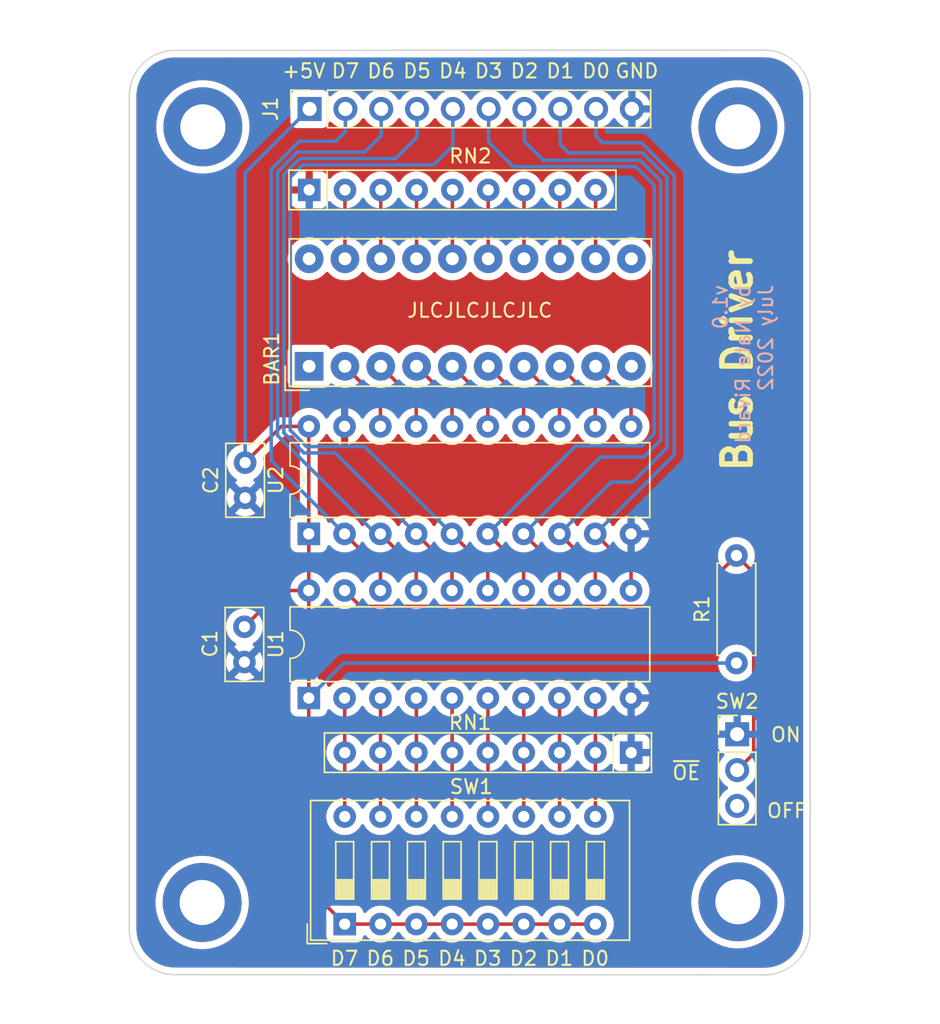
<source format=kicad_pcb>
(kicad_pcb (version 20211014) (generator pcbnew)
  (layers (0 "F.Cu" signal) (31 "B.Cu" signal) (34 "B.Paste" user) (35 "F.Paste" user) (36 "B.SilkS" user "B.Silkscreen") (37 "F.SilkS" user "F.Silkscreen") (38 "B.Mask" user) (39 "F.Mask" user) (44 "Edge.Cuts" user))
  (net 0 "")
  (net 1 "Net-(BAR1-Pad2)")
  (net 2 "Net-(BAR1-Pad3)")
  (net 3 "Net-(BAR1-Pad4)")
  (net 4 "Net-(BAR1-Pad5)")
  (net 5 "Net-(BAR1-Pad6)")
  (net 6 "Net-(BAR1-Pad7)")
  (net 7 "Net-(BAR1-Pad8)")
  (net 10 "Net-(BAR1-Pad13)")
  (net 11 "Net-(BAR1-Pad14)")
  (net 12 "Net-(BAR1-Pad15)")
  (net 13 "Net-(BAR1-Pad16)")
  (net 14 "Net-(BAR1-Pad17)")
  (net 15 "Net-(BAR1-Pad18)")
  (net 16 "Net-(BAR1-Pad19)")
  (net 17 "GND")
  (net 18 "Net-(RN1-Pad2)")
  (net 19 "Net-(RN1-Pad3)")
  (net 20 "Net-(RN1-Pad4)")
  (net 21 "Net-(RN1-Pad5)")
  (net 22 "Net-(RN1-Pad6)")
  (net 23 "Net-(RN1-Pad7)")
  (net 24 "Net-(RN1-Pad8)")
  (net 25 "Net-(RN1-Pad9)")
  (net 26 "+5V")
  (net 27 "~{OE}")
  (net 28 "/D0")
  (net 29 "/D1")
  (net 30 "/D2")
  (net 31 "/D3")
  (net 32 "/D4")
  (net 33 "/D5")
  (net 34 "/D6")
  (net 35 "/D7")
  (net 37 "Net-(BAR1-Pad9)")
  (net 38 "Net-(BAR1-Pad12)")
  (footprint "Capacitor_THT:C_Disc_D5.0mm_W2.5mm_P2.50mm" (layer "F.Cu") (at 132.727454 104.8712 -90)
    (fp_text reference "C1" (at 1.1992 2.4384 90) (layer "F.SilkS"))
    (fp_text value "100nf")
    (fp_line (start -1.37 -1.37) (end -1.37 1.37) (layer "F.SilkS") (width 0.12))
    (fp_line (start -1.37 1.37) (end 3.87 1.37) (layer "F.SilkS") (width 0.12))
    (fp_line (start 3.87 -1.37) (end 3.87 1.37) (layer "F.SilkS") (width 0.12))
    (fp_line (start -1.37 -1.37) (end 3.87 -1.37) (layer "F.SilkS") (width 0.12))
    (pad "1" thru_hole circle (at 0 0 270) (size 1.6 1.6) (drill 0.8) (layers *.Cu *.Mask) (net 26 "+5V"))
    (pad "2" thru_hole circle (at 2.5 0 270) (size 1.6 1.6) (drill 0.8) (layers *.Cu *.Mask) (net 17 "GND"))
  )
  (footprint "Capacitor_THT:C_Disc_D5.0mm_W2.5mm_P2.50mm" (layer "F.Cu") (at 132.778254 93.238 -90)
    (fp_text reference "C2" (at 1.25 2.4384 90) (layer "F.SilkS"))
    (fp_text value "100nf")
    (fp_line (start -1.37 -1.37) (end -1.37 1.37) (layer "F.SilkS") (width 0.12))
    (fp_line (start 3.87 -1.37) (end 3.87 1.37) (layer "F.SilkS") (width 0.12))
    (fp_line (start -1.37 1.37) (end 3.87 1.37) (layer "F.SilkS") (width 0.12))
    (fp_line (start -1.37 -1.37) (end 3.87 -1.37) (layer "F.SilkS") (width 0.12))
    (pad "1" thru_hole circle (at 0 0 270) (size 1.6 1.6) (drill 0.8) (layers *.Cu *.Mask) (net 26 "+5V"))
    (pad "2" thru_hole circle (at 2.5 0 270) (size 1.6 1.6) (drill 0.8) (layers *.Cu *.Mask) (net 17 "GND"))
  )
  (footprint "MountingHole:MountingHole_3.2mm_M3_DIN965_Pad" (layer "F.Cu") (at 167.728654 124.3584)
    (fp_text reference "" (at 0 -3.8) (layer "F.SilkS"))
    (fp_text value "MountingHole_3.2mm_M3_DIN965_Pad")
    (pad "1" thru_hole circle (at 0 0) (size 5.6 5.6) (drill 3.2) (layers *.Cu *.Mask))
  )
  (footprint "Resistor_THT:R_Array_SIP9" (layer "F.Cu") (at 137.3228 73.914)
    (fp_text reference "RN2" (at 11.43 -2.4) (layer "F.SilkS"))
    (fp_text value "330R")
    (fp_line (start 21.76 -1.4) (end -1.44 -1.4) (layer "F.SilkS") (width 0.12))
    (fp_line (start 1.27 -1.4) (end 1.27 1.4) (layer "F.SilkS") (width 0.12))
    (fp_line (start -1.44 -1.4) (end -1.44 1.4) (layer "F.SilkS") (width 0.12))
    (fp_line (start 21.76 1.4) (end 21.76 -1.4) (layer "F.SilkS") (width 0.12))
    (fp_line (start -1.44 1.4) (end 21.76 1.4) (layer "F.SilkS") (width 0.12))
    (pad "1" thru_hole rect (at 0 0) (size 1.6 1.6) (drill 0.8) (layers *.Cu *.Mask) (net 17 "GND"))
    (pad "2" thru_hole oval (at 2.54 0) (size 1.6 1.6) (drill 0.8) (layers *.Cu *.Mask) (net 16 "Net-(BAR1-Pad19)"))
    (pad "3" thru_hole oval (at 5.08 0) (size 1.6 1.6) (drill 0.8) (layers *.Cu *.Mask) (net 15 "Net-(BAR1-Pad18)"))
    (pad "4" thru_hole oval (at 7.62 0) (size 1.6 1.6) (drill 0.8) (layers *.Cu *.Mask) (net 14 "Net-(BAR1-Pad17)"))
    (pad "5" thru_hole oval (at 10.16 0) (size 1.6 1.6) (drill 0.8) (layers *.Cu *.Mask) (net 13 "Net-(BAR1-Pad16)"))
    (pad "6" thru_hole oval (at 12.7 0) (size 1.6 1.6) (drill 0.8) (layers *.Cu *.Mask) (net 12 "Net-(BAR1-Pad15)"))
    (pad "7" thru_hole oval (at 15.24 0) (size 1.6 1.6) (drill 0.8) (layers *.Cu *.Mask) (net 11 "Net-(BAR1-Pad14)"))
    (pad "8" thru_hole oval (at 17.78 0) (size 1.6 1.6) (drill 0.8) (layers *.Cu *.Mask) (net 10 "Net-(BAR1-Pad13)"))
    (pad "9" thru_hole oval (at 20.32 0) (size 1.6 1.6) (drill 0.8) (layers *.Cu *.Mask) (net 38 "Net-(BAR1-Pad12)"))
  )
  (footprint "Display:HDSP-4850" (layer "F.Cu") (at 137.3183 86.4108 90)
    (fp_text reference "BAR1" (at 0.53 -2.65 90) (layer "F.SilkS"))
    (fp_text value "HDSP-4850_2")
    (fp_line (start -1.7 -1.7) (end -1.7 0) (layer "F.SilkS") (width 0.12))
    (fp_line (start 9.03 24.27) (end -1.41 24.27) (layer "F.SilkS") (width 0.12))
    (fp_line (start 0 -1.7) (end -1.7 -1.7) (layer "F.SilkS") (width 0.12))
    (fp_line (start -1.41 24.27) (end -1.41 -1.41) (layer "F.SilkS") (width 0.12))
    (fp_line (start -1.41 -1.41) (end 9.03 -1.41) (layer "F.SilkS") (width 0.12))
    (fp_line (start 9.03 -1.41) (end 9.03 24.27) (layer "F.SilkS") (width 0.12))
    (pad "1" thru_hole rect (at 0 0) (size 2.032 2.032) (drill 0.9144) (layers *.Cu *.Mask))
    (pad "2" thru_hole circle (at 0 2.54) (size 2.032 2.032) (drill 0.9144) (layers *.Cu *.Mask) (net 1 "Net-(BAR1-Pad2)"))
    (pad "3" thru_hole circle (at 0 5.08) (size 2.032 2.032) (drill 0.9144) (layers *.Cu *.Mask) (net 2 "Net-(BAR1-Pad3)"))
    (pad "4" thru_hole circle (at 0 7.62) (size 2.032 2.032) (drill 0.9144) (layers *.Cu *.Mask) (net 3 "Net-(BAR1-Pad4)"))
    (pad "5" thru_hole circle (at 0 10.16) (size 2.032 2.032) (drill 0.9144) (layers *.Cu *.Mask) (net 4 "Net-(BAR1-Pad5)"))
    (pad "6" thru_hole circle (at 0 12.7) (size 2.032 2.032) (drill 0.9144) (layers *.Cu *.Mask) (net 5 "Net-(BAR1-Pad6)"))
    (pad "7" thru_hole circle (at 0 15.24) (size 2.032 2.032) (drill 0.9144) (layers *.Cu *.Mask) (net 6 "Net-(BAR1-Pad7)"))
    (pad "8" thru_hole circle (at 0 17.78) (size 2.032 2.032) (drill 0.9144) (layers *.Cu *.Mask) (net 7 "Net-(BAR1-Pad8)"))
    (pad "9" thru_hole circle (at 0 20.32) (size 2.032 2.032) (drill 0.9144) (layers *.Cu *.Mask) (net 37 "Net-(BAR1-Pad9)"))
    (pad "10" thru_hole circle (at 0 22.86) (size 2.032 2.032) (drill 0.9144) (layers *.Cu *.Mask))
    (pad "11" thru_hole circle (at 7.62 22.86) (size 2.032 2.032) (drill 0.9144) (layers *.Cu *.Mask))
    (pad "12" thru_hole circle (at 7.62 20.32) (size 2.032 2.032) (drill 0.9144) (layers *.Cu *.Mask) (net 38 "Net-(BAR1-Pad12)"))
    (pad "13" thru_hole circle (at 7.62 17.78) (size 2.032 2.032) (drill 0.9144) (layers *.Cu *.Mask) (net 10 "Net-(BAR1-Pad13)"))
    (pad "14" thru_hole circle (at 7.62 15.24) (size 2.032 2.032) (drill 0.9144) (layers *.Cu *.Mask) (net 11 "Net-(BAR1-Pad14)"))
    (pad "15" thru_hole circle (at 7.62 12.7) (size 2.032 2.032) (drill 0.9144) (layers *.Cu *.Mask) (net 12 "Net-(BAR1-Pad15)"))
    (pad "16" thru_hole circle (at 7.62 10.16) (size 2.032 2.032) (drill 0.9144) (layers *.Cu *.Mask) (net 13 "Net-(BAR1-Pad16)"))
    (pad "17" thru_hole circle (at 7.62 7.62) (size 2.032 2.032) (drill 0.9144) (layers *.Cu *.Mask) (net 14 "Net-(BAR1-Pad17)"))
    (pad "18" thru_hole circle (at 7.62 5.08) (size 2.032 2.032) (drill 0.9144) (layers *.Cu *.Mask) (net 15 "Net-(BAR1-Pad18)"))
    (pad "19" thru_hole circle (at 7.62 2.54) (size 2.032 2.032) (drill 0.9144) (layers *.Cu *.Mask) (net 16 "Net-(BAR1-Pad19)"))
    (pad "20" thru_hole circle (at 7.62 0) (size 2.032 2.032) (drill 0.9144) (layers *.Cu *.Mask))
  )
  (footprint "Button_Switch_THT:SW_DIP_SPSTx08_Slide_9.78x22.5mm_W7.62mm_P2.54mm" (layer "F.Cu") (at 139.8424 125.9415 90)
    (fp_text reference "SW1" (at 9.7365 8.9762 180) (layer "F.SilkS"))
    (fp_text value "SW_DIP_x08")
    (fp_line (start 1.78 4.685) (end 3.133333 4.685) (layer "F.SilkS") (width 0.12))
    (fp_line (start 5.84 8.255) (end 5.84 6.985) (layer "F.SilkS") (width 0.12))
    (fp_line (start 1.78 2.265) (end 3.133333 2.265) (layer "F.SilkS") (width 0.12))
    (fp_line (start 1.78 18.415) (end 5.84 18.415) (layer "F.SilkS") (width 0.12))
    (fp_line (start 1.78 5.045) (end 3.133333 5.045) (layer "F.SilkS") (width 0.12))
    (fp_line (start 1.78 7.945) (end 3.133333 7.945) (layer "F.SilkS") (width 0.12))
    (fp_line (start 1.78 7.825) (end 3.133333 7.825) (layer "F.SilkS") (width 0.12))
    (fp_line (start -1.14 20.201) (end 8.76 20.201) (layer "F.SilkS") (width 0.12))
    (fp_line (start 5.84 0.635) (end 5.84 -0.635) (layer "F.SilkS") (width 0.12))
    (fp_line (start -1.14 -2.42) (end -1.14 20.201) (layer "F.SilkS") (width 0.12))
    (fp_line (start 3.133333 6.985) (end 3.133333 8.255) (layer "F.SilkS") (width 0.12))
    (fp_line (start 1.78 10.795) (end 5.84 10.795) (layer "F.SilkS") (width 0.12))
    (fp_line (start 1.78 18.225) (end 3.133333 18.225) (layer "F.SilkS") (width 0.12))
    (fp_line (start 1.78 3.105) (end 3.133333 3.105) (layer "F.SilkS") (width 0.12))
    (fp_line (start 1.78 15.875) (end 5.84 15.875) (layer "F.SilkS") (width 0.12))
    (fp_line (start 1.78 -0.395) (end 3.133333 -0.395) (layer "F.SilkS") (width 0.12))
    (fp_line (start 1.78 -0.515) (end 3.133333 -0.515) (layer "F.SilkS") (width 0.12))
    (fp_line (start 1.78 15.325) (end 3.133333 15.325) (layer "F.SilkS") (width 0.12))
    (fp_line (start 3.133333 17.145) (end 3.133333 18.415) (layer "F.SilkS") (width 0.12))
    (fp_line (start 1.78 10.125) (end 3.133333 10.125) (layer "F.SilkS") (width 0.12))
    (fp_line (start 1.78 0.635) (end 5.84 0.635) (layer "F.SilkS") (width 0.12))
    (fp_line (start 3.133333 -0.635) (end 3.133333 0.635) (layer "F.SilkS") (width 0.12))
    (fp_line (start 5.84 15.875) (end 5.84 14.605) (layer "F.SilkS") (width 0.12))
    (fp_line (start 1.78 7.705) (end 3.133333 7.705) (layer "F.SilkS") (width 0.12))
    (fp_line (start 1.78 17.385) (end 3.133333 17.385) (layer "F.SilkS") (width 0.12))
    (fp_line (start 1.78 7.225) (end 3.133333 7.225) (layer "F.SilkS") (width 0.12))
    (fp_line (start 1.78 12.425) (end 3.133333 12.425) (layer "F.SilkS") (width 0.12))
    (fp_line (start 1.78 0.445) (end 3.133333 0.445) (layer "F.SilkS") (width 0.12))
    (fp_line (start 5.84 17.145) (end 1.78 17.145) (layer "F.SilkS") (width 0.12))
    (fp_line (start 5.84 3.175) (end 5.84 1.905) (layer "F.SilkS") (width 0.12))
    (fp_line (start 1.78 12.785) (end 3.133333 12.785) (layer "F.SilkS") (width 0.12))
    (fp_line (start 1.78 15.085) (end 3.133333 15.085) (layer "F.SilkS") (width 0.12))
    (fp_line (start 1.78 2.745) (end 3.133333 2.745) (layer "F.SilkS") (width 0.12))
    (fp_line (start 1.78 17.145) (end 1.78 18.415) (layer "F.SilkS") (width 0.12))
    (fp_line (start 1.78 13.025) (end 3.133333 13.025) (layer "F.SilkS") (width 0.12))
    (fp_line (start 3.133333 4.445) (end 3.133333 5.715) (layer "F.SilkS") (width 0.12))
    (fp_line (start -1.38 -2.66) (end -1.38 -1.277) (layer "F.SilkS") (width 0.12))
    (fp_line (start 1.78 9.525) (end 1.78 10.795) (layer "F.SilkS") (width 0.12))
    (fp_line (start 1.78 17.985) (end 3.133333 17.985) (layer "F.SilkS") (width 0.12))
    (fp_line (start 1.78 9.645) (end 3.133333 9.645) (layer "F.SilkS") (width 0.12))
    (fp_line (start 1.78 4.445) (end 1.78 5.715) (layer "F.SilkS") (width 0.12))
    (fp_line (start 1.78 5.405) (end 3.133333 5.405) (layer "F.SilkS") (width 0.12))
    (fp_line (start 1.78 5.285) (end 3.133333 5.285) (layer "F.SilkS") (width 0.12))
    (fp_line (start 1.78 1.905) (end 1.78 3.175) (layer "F.SilkS") (width 0.12))
    (fp_line (start 1.78 7.105) (end 3.133333 7.105) (layer "F.SilkS") (width 0.12))
    (fp_line (start 1.78 12.665) (end 3.133333 12.665) (layer "F.SilkS") (width 0.12))
    (fp_line (start 5.84 5.715) (end 5.84 4.445) (layer "F.SilkS") (width 0.12))
    (fp_line (start -1.38 -2.66) (end 0.004 -2.66) (layer "F.SilkS") (width 0.12))
    (fp_line (start 5.84 14.605) (end 1.78 14.605) (layer "F.SilkS") (width 0.12))
    (fp_line (start 1.78 18.105) (end 3.133333 18.105) (layer "F.SilkS") (width 0.12))
    (fp_line (start 1.78 12.065) (end 1.78 13.335) (layer "F.SilkS") (width 0.12))
    (fp_line (start 8.76 -2.42) (end 8.76 20.201) (layer "F.SilkS") (width 0.12))
    (fp_line (start 3.133333 9.525) (end 3.133333 10.795) (layer "F.SilkS") (width 0.12))
    (fp_line (start 1.78 0.565) (end 3.133333 0.565) (layer "F.SilkS") (width 0.12))
    (fp_line (start 1.78 15.805) (end 3.133333 15.805) (layer "F.SilkS") (width 0.12))
    (fp_line (start 1.78 10.005) (end 3.133333 10.005) (layer "F.SilkS") (width 0.12))
    (fp_line (start 1.78 2.145) (end 3.133333 2.145) (layer "F.SilkS") (width 0.12))
    (fp_line (start 1.78 5.645) (end 3.133333 5.645) (layer "F.SilkS") (width 0.12))
    (fp_line (start 5.84 4.445) (end 1.78 4.445) (layer "F.SilkS") (width 0.12))
    (fp_line (start 1.78 7.465) (end 3.133333 7.465) (layer "F.SilkS") (width 0.12))
    (fp_line (start 1.78 13.335) (end 5.84 13.335) (layer "F.SilkS") (width 0.12))
    (fp_line (start 1.78 3.175) (end 5.84 3.175) (layer "F.SilkS") (width 0.12))
    (fp_line (start 1.78 14.965) (end 3.133333 14.965) (layer "F.SilkS") (width 0.12))
    (fp_line (start 1.78 2.505) (end 3.133333 2.505) (layer "F.SilkS") (width 0.12))
    (fp_line (start 1.78 9.885) (end 3.133333 9.885) (layer "F.SilkS") (width 0.12))
    (fp_line (start 1.78 15.205) (end 3.133333 15.205) (layer "F.SilkS") (width 0.12))
    (fp_line (start 1.78 2.985) (end 3.133333 2.985) (layer "F.SilkS") (width 0.12))
    (fp_line (start 5.84 10.795) (end 5.84 9.525) (layer "F.SilkS") (width 0.12))
    (fp_line (start 1.78 15.685) (end 3.133333 15.685) (layer "F.SilkS") (width 0.12))
    (fp_line (start 1.78 8.065) (end 3.133333 8.065) (layer "F.SilkS") (width 0.12))
    (fp_line (start 1.78 18.345) (end 3.133333 18.345) (layer "F.SilkS") (width 0.12))
    (fp_line (start 1.78 10.605) (end 3.133333 10.605) (layer "F.SilkS") (width 0.12))
    (fp_line (start 1.78 12.305) (end 3.133333 12.305) (layer "F.SilkS") (width 0.12))
    (fp_line (start 1.78 2.385) (end 3.133333 2.385) (layer "F.SilkS") (width 0.12))
    (fp_line (start 1.78 17.625) (end 3.133333 17.625) (layer "F.SilkS") (width 0.12))
    (fp_line (start 1.78 17.745) (end 3.133333 17.745) (layer "F.SilkS") (width 0.12))
    (fp_line (start 1.78 10.365) (end 3.133333 10.365) (layer "F.SilkS") (width 0.12))
    (fp_line (start 1.78 15.445) (end 3.133333 15.445) (layer "F.SilkS") (width 0.12))
    (fp_line (start 1.78 5.525) (end 3.133333 5.525) (layer "F.SilkS") (width 0.12))
    (fp_line (start 3.133333 1.905) (end 3.133333 3.175) (layer "F.SilkS") (width 0.12))
    (fp_line (start 1.78 10.725) (end 3.133333 10.725) (layer "F.SilkS") (width 0.12))
    (fp_line (start 1.78 10.245) (end 3.133333 10.245) (layer "F.SilkS") (width 0.12))
    (fp_line (start 1.78 17.505) (end 3.133333 17.505) (layer "F.SilkS") (width 0.12))
    (fp_line (start 5.84 9.525) (end 1.78 9.525) (layer "F.SilkS") (width 0.12))
    (fp_line (start 1.78 2.025) (end 3.133333 2.025) (layer "F.SilkS") (width 0.12))
    (fp_line (start 1.78 13.145) (end 3.133333 13.145) (layer "F.SilkS") (width 0.12))
    (fp_line (start 1.78 4.565) (end 3.133333 4.565) (layer "F.SilkS") (width 0.12))
    (fp_line (start 1.78 12.185) (end 3.133333 12.185) (layer "F.SilkS") (width 0.12))
    (fp_line (start 1.78 0.325) (end 3.133333 0.325) (layer "F.SilkS") (width 0.12))
    (fp_line (start 5.84 -0.635) (end 1.78 -0.635) (layer "F.SilkS") (width 0.12))
    (fp_line (start 1.78 13.265) (end 3.133333 13.265) (layer "F.SilkS") (width 0.12))
    (fp_line (start 5.84 1.905) (end 1.78 1.905) (layer "F.SilkS") (width 0.12))
    (fp_line (start 1.78 0.205) (end 3.133333 0.205) (layer "F.SilkS") (width 0.12))
    (fp_line (start 1.78 12.905) (end 3.133333 12.905) (layer "F.SilkS") (width 0.12))
    (fp_line (start 1.78 -0.635) (end 1.78 0.635) (layer "F.SilkS") (width 0.12))
    (fp_line (start 1.78 -0.275) (end 3.133333 -0.275) (layer "F.SilkS") (width 0.12))
    (fp_line (start 5.84 6.985) (end 1.78 6.985) (layer "F.SilkS") (width 0.12))
    (fp_line (start 5.84 13.335) (end 5.84 12.065) (layer "F.SilkS") (width 0.12))
    (fp_line (start 1.78 6.985) (end 1.78 8.255) (layer "F.SilkS") (width 0.12))
    (fp_line (start 1.78 4.925) (end 3.133333 4.925) (layer "F.SilkS") (width 0.12))
    (fp_line (start 1.78 17.865) (end 3.133333 17.865) (layer "F.SilkS") (width 0.12))
    (fp_line (start 1.78 4.805) (end 3.133333 4.805) (layer "F.SilkS") (width 0.12))
    (fp_line (start 1.78 10.485) (end 3.133333 10.485) (layer "F.SilkS") (width 0.12))
    (fp_line (start 3.133333 14.605) (end 3.133333 15.875) (layer "F.SilkS") (width 0.12))
    (fp_line (start 3.133333 12.065) (end 3.133333 13.335) (layer "F.SilkS") (width 0.12))
    (fp_line (start 1.78 14.605) (end 1.78 15.875) (layer "F.SilkS") (width 0.12))
    (fp_line (start 1.78 7.585) (end 3.133333 7.585) (layer "F.SilkS") (width 0.12))
    (fp_line (start 1.78 -0.155) (end 3.133333 -0.155) (layer "F.SilkS") (width 0.12))
    (fp_line (start 1.78 14.725) (end 3.133333 14.725) (layer "F.SilkS") (width 0.12))
    (fp_line (start 1.78 5.165) (end 3.133333 5.165) (layer "F.SilkS") (width 0.12))
    (fp_line (start 5.84 18.415) (end 5.84 17.145) (layer "F.SilkS") (width 0.12))
    (fp_line (start 1.78 2.625) (end 3.133333 2.625) (layer "F.SilkS") (width 0.12))
    (fp_line (start 1.78 7.345) (end 3.133333 7.345) (layer "F.SilkS") (width 0.12))
    (fp_line (start -1.14 -2.42) (end 8.76 -2.42) (layer "F.SilkS") (width 0.12))
    (fp_line (start 1.78 8.255) (end 5.84 8.255) (layer "F.SilkS") (width 0.12))
    (fp_line (start 1.78 17.265) (end 3.133333 17.265) (layer "F.SilkS") (width 0.12))
    (fp_line (start 1.78 0.085) (end 3.133333 0.085) (layer "F.SilkS") (width 0.12))
    (fp_line (start 1.78 9.765) (end 3.133333 9.765) (layer "F.SilkS") (width 0.12))
    (fp_line (start 1.78 12.545) (end 3.133333 12.545) (layer "F.SilkS") (width 0.12))
    (fp_line (start 5.84 12.065) (end 1.78 12.065) (layer "F.SilkS") (width 0.12))
    (fp_line (start 1.78 8.185) (end 3.133333 8.185) (layer "F.SilkS") (width 0.12))
    (fp_line (start 1.78 5.715) (end 5.84 5.715) (layer "F.SilkS") (width 0.12))
    (fp_line (start 1.78 -0.035) (end 3.133333 -0.035) (layer "F.SilkS") (width 0.12))
    (fp_line (start 1.78 15.565) (end 3.133333 15.565) (layer "F.SilkS") (width 0.12))
    (fp_line (start 1.78 14.845) (end 3.133333 14.845) (layer "F.SilkS") (width 0.12))
    (fp_line (start 1.78 2.865) (end 3.133333 2.865) (layer "F.SilkS") (width 0.12))
    (pad "1" thru_hole rect (at 0 0 90) (size 1.6 1.6) (drill 0.8) (layers *.Cu *.Mask) (net 26 "+5V"))
    (pad "2" thru_hole oval (at 0 2.54 90) (size 1.6 1.6) (drill 0.8) (layers *.Cu *.Mask) (net 26 "+5V"))
    (pad "3" thru_hole oval (at 0 5.08 90) (size 1.6 1.6) (drill 0.8) (layers *.Cu *.Mask) (net 26 "+5V"))
    (pad "4" thru_hole oval (at 0 7.62 90) (size 1.6 1.6) (drill 0.8) (layers *.Cu *.Mask) (net 26 "+5V"))
    (pad "5" thru_hole oval (at 0 10.16 90) (size 1.6 1.6) (drill 0.8) (layers *.Cu *.Mask) (net 26 "+5V"))
    (pad "6" thru_hole oval (at 0 12.7 90) (size 1.6 1.6) (drill 0.8) (layers *.Cu *.Mask) (net 26 "+5V"))
    (pad "7" thru_hole oval (at 0 15.24 90) (size 1.6 1.6) (drill 0.8) (layers *.Cu *.Mask) (net 26 "+5V"))
    (pad "8" thru_hole oval (at 0 17.78 90) (size 1.6 1.6) (drill 0.8) (layers *.Cu *.Mask) (net 26 "+5V"))
    (pad "9" thru_hole oval (at 7.62 17.78 90) (size 1.6 1.6) (drill 0.8) (layers *.Cu *.Mask) (net 18 "Net-(RN1-Pad2)"))
    (pad "10" thru_hole oval (at 7.62 15.24 90) (size 1.6 1.6) (drill 0.8) (layers *.Cu *.Mask) (net 19 "Net-(RN1-Pad3)"))
    (pad "11" thru_hole oval (at 7.62 12.7 90) (size 1.6 1.6) (drill 0.8) (layers *.Cu *.Mask) (net 20 "Net-(RN1-Pad4)"))
    (pad "12" thru_hole oval (at 7.62 10.16 90) (size 1.6 1.6) (drill 0.8) (layers *.Cu *.Mask) (net 21 "Net-(RN1-Pad5)"))
    (pad "13" thru_hole oval (at 7.62 7.62 90) (size 1.6 1.6) (drill 0.8) (layers *.Cu *.Mask) (net 22 "Net-(RN1-Pad6)"))
    (pad "14" thru_hole oval (at 7.62 5.08 90) (size 1.6 1.6) (drill 0.8) (layers *.Cu *.Mask) (net 23 "Net-(RN1-Pad7)"))
    (pad "15" thru_hole oval (at 7.62 2.54 90) (size 1.6 1.6) (drill 0.8) (layers *.Cu *.Mask) (net 24 "Net-(RN1-Pad8)"))
    (pad "16" thru_hole oval (at 7.62 0 90) (size 1.6 1.6) (drill 0.8) (layers *.Cu *.Mask) (net 25 "Net-(RN1-Pad9)"))
  )
  (footprint "Resistor_THT:R_Array_SIP9" (layer "F.Cu") (at 160.162 113.792 180)
    (fp_text reference "RN1" (at 11.43 2.1336) (layer "F.SilkS"))
    (fp_text value "3K3")
    (fp_line (start 1.27 -1.4) (end 1.27 1.4) (layer "F.SilkS") (width 0.12))
    (fp_line (start -1.44 -1.4) (end -1.44 1.4) (layer "F.SilkS") (width 0.12))
    (fp_line (start -1.44 1.4) (end 21.76 1.4) (layer "F.SilkS") (width 0.12))
    (fp_line (start 21.76 -1.4) (end -1.44 -1.4) (layer "F.SilkS") (width 0.12))
    (fp_line (start 21.76 1.4) (end 21.76 -1.4) (layer "F.SilkS") (width 0.12))
    (pad "1" thru_hole rect (at 0 0 180) (size 1.6 1.6) (drill 0.8) (layers *.Cu *.Mask) (net 17 "GND"))
    (pad "2" thru_hole oval (at 2.54 0 180) (size 1.6 1.6) (drill 0.8) (layers *.Cu *.Mask) (net 18 "Net-(RN1-Pad2)"))
    (pad "3" thru_hole oval (at 5.08 0 180) (size 1.6 1.6) (drill 0.8) (layers *.Cu *.Mask) (net 19 "Net-(RN1-Pad3)"))
    (pad "4" thru_hole oval (at 7.62 0 180) (size 1.6 1.6) (drill 0.8) (layers *.Cu *.Mask) (net 20 "Net-(RN1-Pad4)"))
    (pad "5" thru_hole oval (at 10.16 0 180) (size 1.6 1.6) (drill 0.8) (layers *.Cu *.Mask) (net 21 "Net-(RN1-Pad5)"))
    (pad "6" thru_hole oval (at 12.7 0 180) (size 1.6 1.6) (drill 0.8) (layers *.Cu *.Mask) (net 22 "Net-(RN1-Pad6)"))
    (pad "7" thru_hole oval (at 15.24 0 180) (size 1.6 1.6) (drill 0.8) (layers *.Cu *.Mask) (net 23 "Net-(RN1-Pad7)"))
    (pad "8" thru_hole oval (at 17.78 0 180) (size 1.6 1.6) (drill 0.8) (layers *.Cu *.Mask) (net 24 "Net-(RN1-Pad8)"))
    (pad "9" thru_hole oval (at 20.32 0 180) (size 1.6 1.6) (drill 0.8) (layers *.Cu *.Mask) (net 25 "Net-(RN1-Pad9)"))
  )
  (footprint "Connector_PinHeader_2.54mm:PinHeader_1x03_P2.54mm_Vertical" (layer "F.Cu") (at 167.677854 112.4862)
    (fp_text reference "SW2" (at 0 -2.33) (layer "F.SilkS"))
    (fp_text value "SW_SPDT")
    (fp_line (start -1.33 1.27) (end 1.33 1.27) (layer "F.SilkS") (width 0.12))
    (fp_line (start -1.33 -1.33) (end 0 -1.33) (layer "F.SilkS") (width 0.12))
    (fp_line (start -1.33 1.27) (end -1.33 6.41) (layer "F.SilkS") (width 0.12))
    (fp_line (start 1.33 1.27) (end 1.33 6.41) (layer "F.SilkS") (width 0.12))
    (fp_line (start -1.33 6.41) (end 1.33 6.41) (layer "F.SilkS") (width 0.12))
    (fp_line (start -1.33 0) (end -1.33 -1.33) (layer "F.SilkS") (width 0.12))
    (pad "1" thru_hole rect (at 0 0) (size 1.7 1.7) (drill 1) (layers *.Cu *.Mask) (net 17 "GND"))
    (pad "2" thru_hole oval (at 0 2.54) (size 1.7 1.7) (drill 1) (layers *.Cu *.Mask) (net 27 "~{OE}"))
    (pad "3" thru_hole oval (at 0 5.08) (size 1.7 1.7) (drill 1) (layers *.Cu *.Mask))
  )
  (footprint "Package_DIP:DIP-20_W7.62mm" (layer "F.Cu") (at 137.292 98.288 90)
    (fp_text reference "U2" (at 3.81 -2.33 90) (layer "F.SilkS"))
    (fp_text value "74HC245")
    (fp_line (start 6.46 24.19) (end 6.46 -1.33) (layer "F.SilkS") (width 0.12))
    (fp_line (start 6.46 -1.33) (end 4.81 -1.33) (layer "F.SilkS") (width 0.12))
    (fp_line (start 1.16 -1.33) (end 1.16 24.19) (layer "F.SilkS") (width 0.12))
    (fp_line (start 1.16 24.19) (end 6.46 24.19) (layer "F.SilkS") (width 0.12))
    (fp_line (start 2.81 -1.33) (end 1.16 -1.33) (layer "F.SilkS") (width 0.12))
    (fp_arc (start 4.81 -1.33) (mid 3.81 -0.33) (end 2.81 -1.33) (layer "F.SilkS") (width 0.12))
    (pad "1" thru_hole rect (at 0 0 90) (size 1.6 1.6) (drill 0.8) (layers *.Cu *.Mask) (net 26 "+5V"))
    (pad "2" thru_hole oval (at 0 2.54 90) (size 1.6 1.6) (drill 0.8) (layers *.Cu *.Mask) (net 35 "/D7"))
    (pad "3" thru_hole oval (at 0 5.08 90) (size 1.6 1.6) (drill 0.8) (layers *.Cu *.Mask) (net 34 "/D6"))
    (pad "4" thru_hole oval (at 0 7.62 90) (size 1.6 1.6) (drill 0.8) (layers *.Cu *.Mask) (net 33 "/D5"))
    (pad "5" thru_hole oval (at 0 10.16 90) (size 1.6 1.6) (drill 0.8) (layers *.Cu *.Mask) (net 32 "/D4"))
    (pad "6" thru_hole oval (at 0 12.7 90) (size 1.6 1.6) (drill 0.8) (layers *.Cu *.Mask) (net 31 "/D3"))
    (pad "7" thru_hole oval (at 0 15.24 90) (size 1.6 1.6) (drill 0.8) (layers *.Cu *.Mask) (net 30 "/D2"))
    (pad "8" thru_hole oval (at 0 17.78 90) (size 1.6 1.6) (drill 0.8) (layers *.Cu *.Mask) (net 29 "/D1"))
    (pad "9" thru_hole oval (at 0 20.32 90) (size 1.6 1.6) (drill 0.8) (layers *.Cu *.Mask) (net 28 "/D0"))
    (pad "10" thru_hole oval (at 0 22.86 90) (size 1.6 1.6) (drill 0.8) (layers *.Cu *.Mask) (net 17 "GND"))
    (pad "11" thru_hole oval (at 7.62 22.86 90) (size 1.6 1.6) (drill 0.8) (layers *.Cu *.Mask) (net 37 "Net-(BAR1-Pad9)"))
    (pad "12" thru_hole oval (at 7.62 20.32 90) (size 1.6 1.6) (drill 0.8) (layers *.Cu *.Mask) (net 7 "Net-(BAR1-Pad8)"))
    (pad "13" thru_hole oval (at 7.62 17.78 90) (size 1.6 1.6) (drill 0.8) (layers *.Cu *.Mask) (net 6 "Net-(BAR1-Pad7)"))
    (pad "14" thru_hole oval (at 7.62 15.24 90) (size 1.6 1.6) (drill 0.8) (layers *.Cu *.Mask) (net 5 "Net-(BAR1-Pad6)"))
    (pad "15" thru_hole oval (at 7.62 12.7 90) (size 1.6 1.6) (drill 0.8) (layers *.Cu *.Mask) (net 4 "Net-(BAR1-Pad5)"))
    (pad "16" thru_hole oval (at 7.62 10.16 90) (size 1.6 1.6) (drill 0.8) (layers *.Cu *.Mask) (net 3 "Net-(BAR1-Pad4)"))
    (pad "17" thru_hole oval (at 7.62 7.62 90) (size 1.6 1.6) (drill 0.8) (layers *.Cu *.Mask) (net 2 "Net-(BAR1-Pad3)"))
    (pad "18" thru_hole oval (at 7.62 5.08 90) (size 1.6 1.6) (drill 0.8) (layers *.Cu *.Mask) (net 1 "Net-(BAR1-Pad2)"))
    (pad "19" thru_hole oval (at 7.62 2.54 90) (size 1.6 1.6) (drill 0.8) (layers *.Cu *.Mask) (net 17 "GND"))
    (pad "20" thru_hole oval (at 7.62 0 90) (size 1.6 1.6) (drill 0.8) (layers *.Cu *.Mask) (net 26 "+5V"))
  )
  (footprint "Resistor_THT:R_Axial_DIN0207_L6.3mm_D2.5mm_P7.62mm_Horizontal" (layer "F.Cu") (at 167.627054 99.822 -90)
    (fp_text reference "R1" (at 3.81 2.4384 90) (layer "F.SilkS"))
    (fp_text value "3K3")
    (fp_line (start 0.54 1.37) (end 7.08 1.37) (layer "F.SilkS") (width 0.12))
    (fp_line (start 0.54 -1.04) (end 0.54 -1.37) (layer "F.SilkS") (width 0.12))
    (fp_line (start 0.54 1.04) (end 0.54 1.37) (layer "F.SilkS") (width 0.12))
    (fp_line (start 0.54 -1.37) (end 7.08 -1.37) (layer "F.SilkS") (width 0.12))
    (fp_line (start 7.08 1.37) (end 7.08 1.04) (layer "F.SilkS") (width 0.12))
    (fp_line (start 7.08 -1.37) (end 7.08 -1.04) (layer "F.SilkS") (width 0.12))
    (pad "1" thru_hole circle (at 0 0 270) (size 1.6 1.6) (drill 0.8) (layers *.Cu *.Mask) (net 27 "~{OE}"))
    (pad "2" thru_hole oval (at 7.62 0 270) (size 1.6 1.6) (drill 0.8) (layers *.Cu *.Mask) (net 26 "+5V"))
  )
  (footprint "MountingHole:MountingHole_3.2mm_M3_DIN965_Pad" (layer "F.Cu") (at 167.728654 69.4436)
    (fp_text reference "" (at 0 -3.8) (layer "F.SilkS"))
    (fp_text value "MountingHole_3.2mm_M3_DIN965_Pad")
    (pad "1" thru_hole circle (at 0 0) (size 5.6 5.6) (drill 3.2) (layers *.Cu *.Mask))
  )
  (footprint "Connector_PinSocket_2.54mm:PinSocket_1x10_P2.54mm_Vertical" (layer "F.Cu") (at 137.350254 68.1736 90)
    (fp_text reference "J1" (at 0 -2.77 90) (layer "F.SilkS"))
    (fp_text value "Conn_01x10_Female")
    (fp_line (start 1.33 -1.33) (end 1.33 0) (layer "F.SilkS") (width 0.12))
    (fp_line (start 1.33 1.27) (end 1.33 24.19) (layer "F.SilkS") (width 0.12))
    (fp_line (start -1.33 24.19) (end 1.33 24.19) (layer "F.SilkS") (width 0.12))
    (fp_line (start 0 -1.33) (end 1.33 -1.33) (layer "F.SilkS") (width 0.12))
    (fp_line (start -1.33 1.27) (end 1.33 1.27) (layer "F.SilkS") (width 0.12))
    (fp_line (start -1.33 1.27) (end -1.33 24.19) (layer "F.SilkS") (width 0.12))
    (pad "1" thru_hole rect (at 0 0 90) (size 1.7 1.7) (drill 1) (layers *.Cu *.Mask) (net 26 "+5V"))
    (pad "2" thru_hole oval (at 0 2.54 90) (size 1.7 1.7) (drill 1) (layers *.Cu *.Mask) (net 35 "/D7"))
    (pad "3" thru_hole oval (at 0 5.08 90) (size 1.7 1.7) (drill 1) (layers *.Cu *.Mask) (net 34 "/D6"))
    (pad "4" thru_hole oval (at 0 7.62 90) (size 1.7 1.7) (drill 1) (layers *.Cu *.Mask) (net 33 "/D5"))
    (pad "5" thru_hole oval (at 0 10.16 90) (size 1.7 1.7) (drill 1) (layers *.Cu *.Mask) (net 32 "/D4"))
    (pad "6" thru_hole oval (at 0 12.7 90) (size 1.7 1.7) (drill 1) (layers *.Cu *.Mask) (net 31 "/D3"))
    (pad "7" thru_hole oval (at 0 15.24 90) (size 1.7 1.7) (drill 1) (layers *.Cu *.Mask) (net 30 "/D2"))
    (pad "8" thru_hole oval (at 0 17.78 90) (size 1.7 1.7) (drill 1) (layers *.Cu *.Mask) (net 29 "/D1"))
    (pad "9" thru_hole oval (at 0 20.32 90) (size 1.7 1.7) (drill 1) (layers *.Cu *.Mask) (net 28 "/D0"))
    (pad "10" thru_hole oval (at 0 22.86 90) (size 1.7 1.7) (drill 1) (layers *.Cu *.Mask) (net 17 "GND"))
  )
  (footprint "MountingHole:MountingHole_3.2mm_M3_DIN965_Pad" (layer "F.Cu") (at 129.781054 69.4436)
    (fp_text reference "" (at 0 -3.8) (layer "F.SilkS"))
    (fp_text value "MountingHole_3.2mm_M3_DIN965_Pad")
    (pad "1" thru_hole circle (at 0 0) (size 5.6 5.6) (drill 3.2) (layers *.Cu *.Mask))
  )
  (footprint "MountingHole:MountingHole_3.2mm_M3_DIN965_Pad" (layer "F.Cu") (at 129.730254 124.4092)
    (fp_text reference "" (at 0 -3.8) (layer "F.SilkS"))
    (fp_text value "MountingHole_3.2mm_M3_DIN965_Pad")
    (pad "1" thru_hole circle (at 0 0) (size 5.6 5.6) (drill 3.2) (layers *.Cu *.Mask))
  )
  (footprint "Package_DIP:DIP-20_W7.62mm" (layer "F.Cu") (at 137.292 109.9212 90)
    (fp_text reference "U1" (at 3.81 -2.33 90) (layer "F.SilkS"))
    (fp_text value "74HC245")
    (fp_line (start 2.81 -1.33) (end 1.16 -1.33) (layer "F.SilkS") (width 0.12))
    (fp_line (start 1.16 24.19) (end 6.46 24.19) (layer "F.SilkS") (width 0.12))
    (fp_line (start 6.46 -1.33) (end 4.81 -1.33) (layer "F.SilkS") (width 0.12))
    (fp_line (start 6.46 24.19) (end 6.46 -1.33) (layer "F.SilkS") (width 0.12))
    (fp_line (start 1.16 -1.33) (end 1.16 24.19) (layer "F.SilkS") (width 0.12))
    (fp_arc (start 4.81 -1.33) (mid 3.81 -0.33) (end 2.81 -1.33) (layer "F.SilkS") (width 0.12))
    (pad "1" thru_hole rect (at 0 0 90) (size 1.6 1.6) (drill 0.8) (layers *.Cu *.Mask) (net 26 "+5V"))
    (pad "2" thru_hole oval (at 0 2.54 90) (size 1.6 1.6) (drill 0.8) (layers *.Cu *.Mask) (net 25 "Net-(RN1-Pad9)"))
    (pad "3" thru_hole oval (at 0 5.08 90) (size 1.6 1.6) (drill 0.8) (layers *.Cu *.Mask) (net 24 "Net-(RN1-Pad8)"))
    (pad "4" thru_hole oval (at 0 7.62 90) (size 1.6 1.6) (drill 0.8) (layers *.Cu *.Mask) (net 23 "Net-(RN1-Pad7)"))
    (pad "5" thru_hole oval (at 0 10.16 90) (size 1.6 1.6) (drill 0.8) (layers *.Cu *.Mask) (net 22 "Net-(RN1-Pad6)"))
    (pad "6" thru_hole oval (at 0 12.7 90) (size 1.6 1.6) (drill 0.8) (layers *.Cu *.Mask) (net 21 "Net-(RN1-Pad5)"))
    (pad "7" thru_hole oval (at 0 15.24 90) (size 1.6 1.6) (drill 0.8) (layers *.Cu *.Mask) (net 20 "Net-(RN1-Pad4)"))
    (pad "8" thru_hole oval (at 0 17.78 90) (size 1.6 1.6) (drill 0.8) (layers *.Cu *.Mask) (net 19 "Net-(RN1-Pad3)"))
    (pad "9" thru_hole oval (at 0 20.32 90) (size 1.6 1.6) (drill 0.8) (layers *.Cu *.Mask) (net 18 "Net-(RN1-Pad2)"))
    (pad "10" thru_hole oval (at 0 22.86 90) (size 1.6 1.6) (drill 0.8) (layers *.Cu *.Mask) (net 17 "GND"))
    (pad "11" thru_hole oval (at 7.62 22.86 90) (size 1.6 1.6) (drill 0.8) (layers *.Cu *.Mask) (net 28 "/D0"))
    (pad "12" thru_hole oval (at 7.62 20.32 90) (size 1.6 1.6) (drill 0.8) (layers *.Cu *.Mask) (net 29 "/D1"))
    (pad "13" thru_hole oval (at 7.62 17.78 90) (size 1.6 1.6) (drill 0.8) (layers *.Cu *.Mask) (net 30 "/D2"))
    (pad "14" thru_hole oval (at 7.62 15.24 90) (size 1.6 1.6) (drill 0.8) (layers *.Cu *.Mask) (net 31 "/D3"))
    (pad "15" thru_hole oval (at 7.62 12.7 90) (size 1.6 1.6) (drill 0.8) (layers *.Cu *.Mask) (net 32 "/D4"))
    (pad "16" thru_hole oval (at 7.62 10.16 90) (size 1.6 1.6) (drill 0.8) (layers *.Cu *.Mask) (net 33 "/D5"))
    (pad "17" thru_hole oval (at 7.62 7.62 90) (size 1.6 1.6) (drill 0.8) (layers *.Cu *.Mask) (net 34 "/D6"))
    (pad "18" thru_hole oval (at 7.62 5.08 90) (size 1.6 1.6) (drill 0.8) (layers *.Cu *.Mask) (net 35 "/D7"))
    (pad "19" thru_hole oval (at 7.62 2.54 90) (size 1.6 1.6) (drill 0.8) (layers *.Cu *.Mask) (net 27 "~{OE}"))
    (pad "20" thru_hole oval (at 7.62 0 90) (size 1.6 1.6) (drill 0.8) (layers *.Cu *.Mask) (net 26 "+5V"))
  )
  (gr_arc (start 169.608254 64.008) (mid 171.9072 64.960254) (end 172.859454 67.2592) (layer "Edge.Cuts") (width 0.1))
  (gr_line (start 127.8128 129.527054) (end 169.608254 129.54) (layer "Edge.Cuts") (width 0.1))
  (gr_line (start 172.859454 126.2888) (end 172.859454 67.2592) (layer "Edge.Cuts") (width 0.1))
  (gr_line (start 169.608254 64.008) (end 127.8128 64.020946) (layer "Edge.Cuts") (width 0.1))
  (gr_arc (start 127.8128 129.527054) (mid 125.513841 128.574813) (end 124.5616 126.275854) (layer "Edge.Cuts") (width 0.1))
  (gr_arc (start 124.5616 67.272146) (mid 125.513841 64.973187) (end 127.8128 64.020946) (layer "Edge.Cuts") (width 0.1))
  (gr_arc (start 172.859454 126.2888) (mid 171.9072 128.587746) (end 169.608254 129.54) (layer "Edge.Cuts") (width 0.1))
  (gr_line (start 124.5616 67.272146) (end 124.5616 126.275854) (layer "Edge.Cuts") (width 0.1))
  (gr_text "v1.0\nby Nate Rivard\nJuly 2022" (at 168.0972 80.5434 90) (layer "B.SilkS") (effects (font (size 1 1)) (justify left mirror)))
  (gr_text "+5V" (at 136.943854 65.4812) (layer "F.SilkS") (effects (font (size 1 1))))
  (gr_text "D4" (at 147.447 128.3716) (layer "F.SilkS") (effects (font (size 1 1))))
  (gr_text "D5" (at 144.907 128.3716) (layer "F.SilkS") (effects (font (size 1 1))))
  (gr_text "D7" (at 139.890254 65.4812) (layer "F.SilkS") (effects (font (size 1 1))))
  (gr_text "D2" (at 152.527 128.3716) (layer "F.SilkS") (effects (font (size 1 1))))
  (gr_text "OFF" (at 171.183054 117.9068) (layer "F.SilkS") (effects (font (size 1 1))))
  (gr_text "D1" (at 155.067 128.3716) (layer "F.SilkS") (effects (font (size 1 1))))
  (gr_text "D0" (at 157.670254 65.4812) (layer "F.SilkS") (effects (font (size 1 1))))
  (gr_text "GND" (at 160.565854 65.4812) (layer "F.SilkS") (effects (font (size 1 1))))
  (gr_text "D3" (at 149.987 128.3716) (layer "F.SilkS") (effects (font (size 1 1))))
  (gr_text "~{OE}" (at 164.071054 115.2144) (layer "F.SilkS") (effects (font (size 1 1))))
  (gr_text "D0" (at 157.607 128.3716) (layer "F.SilkS") (effects (font (size 1 1))))
  (gr_text "D3" (at 150.050254 65.4812) (layer "F.SilkS") (effects (font (size 1 1))))
  (gr_text "JLCJLCJLCJLC" (at 149.4282 82.4484) (layer "F.SilkS") (effects (font (size 1 1))))
  (gr_text "D1" (at 155.130254 65.4812) (layer "F.SilkS") (effects (font (size 1 1))))
  (gr_text "D6" (at 142.430254 65.4812) (layer "F.SilkS") (effects (font (size 1 1))))
  (gr_text "D6" (at 142.367 128.3716) (layer "F.SilkS") (effects (font (size 1 1))))
  (gr_text "D4" (at 147.510254 65.4812) (layer "F.SilkS") (effects (font (size 1 1))))
  (gr_text "D5" (at 144.970254 65.4812) (layer "F.SilkS") (effects (font (size 1 1))))
  (gr_text "D7" (at 139.827 128.3716) (layer "F.SilkS") (effects (font (size 1 1))))
  (gr_text "ON" (at 171.132254 112.522) (layer "F.SilkS") (effects (font (size 1 1))))
  (gr_text "D2" (at 152.590254 65.4812) (layer "F.SilkS") (effects (font (size 1 1))))
  (gr_text "Bus Driver" (at 167.6908 86.0044 90) (layer "F.SilkS") (effects (font (size 2 2) (thickness 0.4))))
  (segment (start 142.372 88.9245) (end 139.8583 86.4108) (width 0.25) (layer "F.Cu") (net 1))
  (segment (start 142.372 90.668) (end 142.372 88.9245) (width 0.25) (layer "F.Cu") (net 1))
  (segment (start 144.912 90.668) (end 144.912 88.9245) (width 0.25) (layer "F.Cu") (net 2))
  (segment (start 144.912 88.9245) (end 142.3983 86.4108) (width 0.25) (layer "F.Cu") (net 2))
  (segment (start 147.452 88.9245) (end 144.9383 86.4108) (width 0.25) (layer "F.Cu") (net 3))
  (segment (start 147.452 90.668) (end 147.452 88.9245) (width 0.25) (layer "F.Cu") (net 3))
  (segment (start 149.992 90.668) (end 149.992 88.9245) (width 0.25) (layer "F.Cu") (net 4))
  (segment (start 149.992 88.9245) (end 147.4783 86.4108) (width 0.25) (layer "F.Cu") (net 4))
  (segment (start 152.532 88.9245) (end 150.0183 86.4108) (width 0.25) (layer "F.Cu") (net 5))
  (segment (start 152.532 90.668) (end 152.532 88.9245) (width 0.25) (layer "F.Cu") (net 5))
  (segment (start 155.072 88.9245) (end 152.5583 86.4108) (width 0.25) (layer "F.Cu") (net 6))
  (segment (start 155.072 90.668) (end 155.072 88.9245) (width 0.25) (layer "F.Cu") (net 6))
  (segment (start 157.612 90.668) (end 157.612 88.9245) (width 0.25) (layer "F.Cu") (net 7))
  (segment (start 157.612 88.9245) (end 155.0983 86.4108) (width 0.25) (layer "F.Cu") (net 7))
  (segment (start 155.0983 78.7908) (end 155.0983 73.9185) (width 0.25) (layer "F.Cu") (net 10))
  (segment (start 155.0983 73.9185) (end 155.1028 73.914) (width 0.25) (layer "F.Cu") (net 10))
  (segment (start 152.5583 73.9185) (end 152.5628 73.914) (width 0.25) (layer "F.Cu") (net 11))
  (segment (start 152.5583 78.7908) (end 152.5583 73.9185) (width 0.25) (layer "F.Cu") (net 11))
  (segment (start 150.0183 73.9185) (end 150.0228 73.914) (width 0.25) (layer "F.Cu") (net 12))
  (segment (start 150.0183 78.7908) (end 150.0183 73.9185) (width 0.25) (layer "F.Cu") (net 12))
  (segment (start 147.4783 78.7908) (end 147.4783 73.9185) (width 0.25) (layer "F.Cu") (net 13))
  (segment (start 147.4783 73.9185) (end 147.4828 73.914) (width 0.25) (layer "F.Cu") (net 13))
  (segment (start 144.9383 78.7908) (end 144.9383 73.9185) (width 0.25) (layer "F.Cu") (net 14))
  (segment (start 144.9383 73.9185) (end 144.9428 73.914) (width 0.25) (layer "F.Cu") (net 14))
  (segment (start 142.3983 73.9185) (end 142.4028 73.914) (width 0.25) (layer "F.Cu") (net 15))
  (segment (start 142.3983 78.7908) (end 142.3983 73.9185) (width 0.25) (layer "F.Cu") (net 15))
  (segment (start 139.8583 73.9185) (end 139.8628 73.914) (width 0.25) (layer "F.Cu") (net 16))
  (segment (start 139.8583 78.7908) (end 139.8583 73.9185) (width 0.25) (layer "F.Cu") (net 16))
  (segment (start 157.622 109.9312) (end 157.612 109.9212) (width 0.25) (layer "F.Cu") (net 18))
  (segment (start 157.622 113.792) (end 157.622 109.9312) (width 0.25) (layer "F.Cu") (net 18))
  (segment (start 157.6224 118.3215) (end 157.6224 113.7924) (width 0.25) (layer "F.Cu") (net 18))
  (segment (start 157.6224 113.7924) (end 157.622 113.792) (width 0.25) (layer "F.Cu") (net 18))
  (segment (start 155.0824 118.3215) (end 155.0824 113.7924) (width 0.25) (layer "F.Cu") (net 19))
  (segment (start 155.082 109.9312) (end 155.072 109.9212) (width 0.25) (layer "F.Cu") (net 19))
  (segment (start 155.0824 113.7924) (end 155.082 113.792) (width 0.25) (layer "F.Cu") (net 19))
  (segment (start 155.082 113.792) (end 155.082 109.9312) (width 0.25) (layer "F.Cu") (net 19))
  (segment (start 152.542 109.9312) (end 152.532 109.9212) (width 0.25) (layer "F.Cu") (net 20))
  (segment (start 152.542 113.792) (end 152.542 109.9312) (width 0.25) (layer "F.Cu") (net 20))
  (segment (start 152.5424 118.3215) (end 152.5424 113.7924) (width 0.25) (layer "F.Cu") (net 20))
  (segment (start 152.5424 113.7924) (end 152.542 113.792) (width 0.25) (layer "F.Cu") (net 20))
  (segment (start 150.0024 118.3215) (end 150.0024 113.7924) (width 0.25) (layer "F.Cu") (net 21))
  (segment (start 150.002 113.792) (end 150.002 109.9312) (width 0.25) (layer "F.Cu") (net 21))
  (segment (start 150.002 109.9312) (end 149.992 109.9212) (width 0.25) (layer "F.Cu") (net 21))
  (segment (start 150.0024 113.7924) (end 150.002 113.792) (width 0.25) (layer "F.Cu") (net 21))
  (segment (start 147.4624 118.3215) (end 147.4624 113.7924) (width 0.25) (layer "F.Cu") (net 22))
  (segment (start 147.462 109.9312) (end 147.452 109.9212) (width 0.25) (layer "F.Cu") (net 22))
  (segment (start 147.4624 113.7924) (end 147.462 113.792) (width 0.25) (layer "F.Cu") (net 22))
  (segment (start 147.462 113.792) (end 147.462 109.9312) (width 0.25) (layer "F.Cu") (net 22))
  (segment (start 144.9224 118.3215) (end 144.9224 113.7924) (width 0.25) (layer "F.Cu") (net 23))
  (segment (start 144.9224 113.7924) (end 144.922 113.792) (width 0.25) (layer "F.Cu") (net 23))
  (segment (start 144.922 109.9312) (end 144.912 109.9212) (width 0.25) (layer "F.Cu") (net 23))
  (segment (start 144.922 113.792) (end 144.922 109.9312) (width 0.25) (layer "F.Cu") (net 23))
  (segment (start 142.3824 118.3215) (end 142.3824 113.7924) (width 0.25) (layer "F.Cu") (net 24))
  (segment (start 142.3824 113.7924) (end 142.382 113.792) (width 0.25) (layer "F.Cu") (net 24))
  (segment (start 142.382 109.9312) (end 142.372 109.9212) (width 0.25) (layer "F.Cu") (net 24))
  (segment (start 142.382 113.792) (end 142.382 109.9312) (width 0.25) (layer "F.Cu") (net 24))
  (segment (start 139.8424 118.3215) (end 139.8424 113.7924) (width 0.25) (layer "F.Cu") (net 25))
  (segment (start 139.842 113.792) (end 139.842 109.9312) (width 0.25) (layer "F.Cu") (net 25))
  (segment (start 139.8424 113.7924) (end 139.842 113.792) (width 0.25) (layer "F.Cu") (net 25))
  (segment (start 139.842 109.9312) (end 139.832 109.9212) (width 0.25) (layer "F.Cu") (net 25))
  (segment (start 137.292 109.9212) (end 137.292 90.668) (width 0.25) (layer "F.Cu") (net 26))
  (segment (start 139.8424 125.9415) (end 157.6224 125.9415) (width 0.25) (layer "F.Cu") (net 26))
  (segment (start 137.292 90.668) (end 135.348254 90.668) (width 0.25) (layer "F.Cu") (net 26))
  (segment (start 137.292 102.3012) (end 135.297454 102.3012) (width 0.25) (layer "F.Cu") (net 26))
  (segment (start 137.292 98.288) (end 137.292 97.751746) (width 0.25) (layer "F.Cu") (net 26))
  (segment (start 135.348254 90.668) (end 132.778254 93.238) (width 0.25) (layer "F.Cu") (net 26))
  (segment (start 137.292 123.3911) (end 137.292 109.9212) (width 0.25) (layer "F.Cu") (net 26))
  (segment (start 135.297454 102.3012) (end 132.727454 104.8712) (width 0.25) (layer "F.Cu") (net 26))
  (segment (start 139.8424 125.9415) (end 137.292 123.3911) (width 0.25) (layer "F.Cu") (net 26))
  (segment (start 137.350254 68.1736) (end 137.3124 68.1736) (width 0.25) (layer "B.Cu") (net 26))
  (segment (start 132.778254 72.707746) (end 132.778254 93.238) (width 0.25) (layer "B.Cu") (net 26))
  (segment (start 167.627054 107.442) (end 139.7712 107.442) (width 0.25) (layer "B.Cu") (net 26))
  (segment (start 139.7712 107.442) (end 137.292 109.9212) (width 0.25) (layer "B.Cu") (net 26))
  (segment (start 137.3124 68.1736) (end 132.778254 72.707746) (width 0.25) (layer "B.Cu") (net 26))
  (segment (start 164.036289 103.425711) (end 140.956511 103.425711) (width 0.25) (layer "F.Cu") (net 27))
  (segment (start 140.956511 103.425711) (end 139.832 102.3012) (width 0.25) (layer "F.Cu") (net 27))
  (segment (start 168.852365 113.851689) (end 168.852365 101.047311) (width 0.25) (layer "F.Cu") (net 27))
  (segment (start 167.677854 115.0262) (end 168.852365 113.851689) (width 0.25) (layer "F.Cu") (net 27))
  (segment (start 165.1 102.349054) (end 165.1 102.362) (width 0.25) (layer "F.Cu") (net 27))
  (segment (start 167.627054 99.822) (end 165.1 102.349054) (width 0.25) (layer "F.Cu") (net 27))
  (segment (start 168.852365 101.047311) (end 167.627054 99.822) (width 0.25) (layer "F.Cu") (net 27))
  (segment (start 165.1 102.362) (end 164.036289 103.425711) (width 0.25) (layer "F.Cu") (net 27))
  (segment (start 160.152 102.3012) (end 160.152 100.828) (width 0.25) (layer "F.Cu") (net 28))
  (segment (start 160.152 100.828) (end 157.612 98.288) (width 0.25) (layer "F.Cu") (net 28))
  (segment (start 163.2204 92.6796) (end 157.612 98.288) (width 0.25) (layer "B.Cu") (net 28))
  (segment (start 163.2204 72.897282) (end 163.2204 92.6796) (width 0.25) (layer "B.Cu") (net 28))
  (segment (start 160.884318 70.5612) (end 163.2204 72.897282) (width 0.25) (layer "B.Cu") (net 28))
  (segment (start 157.670254 70.116454) (end 158.115 70.5612) (width 0.25) (layer "B.Cu") (net 28))
  (segment (start 158.115 70.5612) (end 160.884318 70.5612) (width 0.25) (layer "B.Cu") (net 28))
  (segment (start 157.670254 68.1736) (end 157.670254 70.116454) (width 0.25) (layer "B.Cu") (net 28))
  (segment (start 157.612 100.828) (end 155.072 98.288) (width 0.25) (layer "F.Cu") (net 29))
  (segment (start 157.612 102.3012) (end 157.612 100.828) (width 0.25) (layer "F.Cu") (net 29))
  (segment (start 162.70472 73.01732) (end 162.70472 92.18428) (width 0.25) (layer "B.Cu") (net 29))
  (segment (start 155.130254 70.700654) (end 155.71736 71.28776) (width 0.25) (layer "B.Cu") (net 29))
  (segment (start 155.130254 68.1736) (end 155.130254 70.700654) (width 0.25) (layer "B.Cu") (net 29))
  (segment (start 155.71736 71.28776) (end 160.97516 71.28776) (width 0.25) (layer "B.Cu") (net 29))
  (segment (start 160.274 94.615) (end 158.745 94.615) (width 0.25) (layer "B.Cu") (net 29))
  (segment (start 162.70472 92.18428) (end 160.274 94.615) (width 0.25) (layer "B.Cu") (net 29))
  (segment (start 160.97516 71.28776) (end 162.70472 73.01732) (width 0.25) (layer "B.Cu") (net 29))
  (segment (start 158.745 94.615) (end 155.072 98.288) (width 0.25) (layer "B.Cu") (net 29))
  (segment (start 155.072 100.828) (end 152.532 98.288) (width 0.25) (layer "F.Cu") (net 30))
  (segment (start 155.072 102.3012) (end 155.072 100.828) (width 0.25) (layer "F.Cu") (net 30))
  (segment (start 162.2552 73.278282) (end 162.2552 91.6432) (width 0.25) (layer "B.Cu") (net 30))
  (segment (start 160.790398 71.81348) (end 162.2552 73.278282) (width 0.25) (layer "B.Cu") (net 30))
  (segment (start 162.2552 91.6432) (end 161.0614 92.837) (width 0.25) (layer "B.Cu") (net 30))
  (segment (start 161.0614 92.837) (end 157.983 92.837) (width 0.25) (layer "B.Cu") (net 30))
  (segment (start 157.983 92.837) (end 152.532 98.288) (width 0.25) (layer "B.Cu") (net 30))
  (segment (start 152.590254 70.472054) (end 153.93168 71.81348) (width 0.25) (layer "B.Cu") (net 30))
  (segment (start 152.590254 68.1736) (end 152.590254 70.472054) (width 0.25) (layer "B.Cu") (net 30))
  (segment (start 153.93168 71.81348) (end 160.790398 71.81348) (width 0.25) (layer "B.Cu") (net 30))
  (segment (start 152.532 102.3012) (end 152.532 100.828) (width 0.25) (layer "F.Cu") (net 31))
  (segment (start 152.532 100.828) (end 149.992 98.288) (width 0.25) (layer "F.Cu") (net 31))
  (segment (start 160.4772 72.263) (end 161.798 73.5838) (width 0.25) (layer "B.Cu") (net 31))
  (segment (start 156.2304 92.0496) (end 149.992 98.288) (width 0.25) (layer "B.Cu") (net 31))
  (segment (start 161.798 73.5838) (end 161.798 73.787) (width 0.25) (layer "B.Cu") (net 31))
  (segment (start 150.050254 70.522854) (end 151.7904 72.263) (width 0.25) (layer "B.Cu") (net 31))
  (segment (start 161.798 91.186) (end 160.9344 92.0496) (width 0.25) (layer "B.Cu") (net 31))
  (segment (start 160.9344 92.0496) (end 156.2304 92.0496) (width 0.25) (layer "B.Cu") (net 31))
  (segment (start 150.050254 68.1736) (end 150.050254 70.522854) (width 0.25) (layer "B.Cu") (net 31))
  (segment (start 151.7904 72.263) (end 160.4772 72.263) (width 0.25) (layer "B.Cu") (net 31))
  (segment (start 161.798 73.787) (end 161.798 91.186) (width 0.25) (layer "B.Cu") (net 31))
  (segment (start 149.992 102.3012) (end 149.992 100.828) (width 0.25) (layer "F.Cu") (net 32))
  (segment (start 149.992 100.828) (end 147.452 98.288) (width 0.25) (layer "F.Cu") (net 32))
  (segment (start 146.1516 72.136) (end 136.851778 72.136) (width 0.25) (layer "B.Cu") (net 32))
  (segment (start 147.510254 68.1736) (end 147.510254 70.777346) (width 0.25) (layer "B.Cu") (net 32))
  (segment (start 136.851778 72.136) (end 135.977789 73.009989) (width 0.25) (layer "B.Cu") (net 32))
  (segment (start 141.2644 92.1004) (end 147.452 98.288) (width 0.25) (layer "B.Cu") (net 32))
  (segment (start 147.510254 70.777346) (end 146.1516 72.136) (width 0.25) (layer "B.Cu") (net 32))
  (segment (start 135.977789 90.944089) (end 137.1341 92.1004) (width 0.25) (layer "B.Cu") (net 32))
  (segment (start 137.1341 92.1004) (end 141.2644 92.1004) (width 0.25) (layer "B.Cu") (net 32))
  (segment (start 135.977789 73.009989) (end 135.977789 90.944089) (width 0.25) (layer "B.Cu") (net 32))
  (segment (start 147.452 102.3012) (end 147.452 100.828) (width 0.25) (layer "F.Cu") (net 33))
  (segment (start 147.452 100.828) (end 144.912 98.288) (width 0.25) (layer "F.Cu") (net 33))
  (segment (start 136.947903 92.54992) (end 139.17392 92.54992) (width 0.25) (layer "B.Cu") (net 33))
  (segment (start 135.528269 91.130286) (end 136.947903 92.54992) (width 0.25) (layer "B.Cu") (net 33))
  (segment (start 139.17392 92.54992) (end 144.912 98.288) (width 0.25) (layer "B.Cu") (net 33))
  (segment (start 136.665581 71.68648) (end 135.528269 72.823792) (width 0.25) (layer "B.Cu") (net 33))
  (segment (start 135.528269 72.823792) (end 135.528269 91.130286) (width 0.25) (layer "B.Cu") (net 33))
  (segment (start 144.970254 70.167746) (end 143.45152 71.68648) (width 0.25) (layer "B.Cu") (net 33))
  (segment (start 143.45152 71.68648) (end 136.665581 71.68648) (width 0.25) (layer "B.Cu") (net 33))
  (segment (start 144.970254 68.1736) (end 144.970254 70.167746) (width 0.25) (layer "B.Cu") (net 33))
  (segment (start 144.912 100.828) (end 142.372 98.288) (width 0.25) (layer "F.Cu") (net 34))
  (segment (start 144.912 102.3012) (end 144.912 100.828) (width 0.25) (layer "F.Cu") (net 34))
  (segment (start 142.050266 98.288) (end 142.372 98.288) (width 0.25) (layer "B.Cu") (net 34))
  (segment (start 136.479384 71.23696) (end 135.078749 72.637595) (width 0.25) (layer "B.Cu") (net 34))
  (segment (start 142.430254 68.1736) (end 142.430254 70.066146) (width 0.25) (layer "B.Cu") (net 34))
  (segment (start 142.430254 70.066146) (end 141.25944 71.23696) (width 0.25) (layer "B.Cu") (net 34))
  (segment (start 141.25944 71.23696) (end 136.479384 71.23696) (width 0.25) (layer "B.Cu") (net 34))
  (segment (start 135.078749 72.637595) (end 135.078749 91.316483) (width 0.25) (layer "B.Cu") (net 34))
  (segment (start 135.078749 91.316483) (end 142.050266 98.288) (width 0.25) (layer "B.Cu") (net 34))
  (segment (start 142.372 102.3012) (end 142.372 100.828) (width 0.25) (layer "F.Cu") (net 35))
  (segment (start 142.372 100.828) (end 139.832 98.288) (width 0.25) (layer "F.Cu") (net 35))
  (segment (start 134.629229 93.085229) (end 139.832 98.288) (width 0.25) (layer "B.Cu") (net 35))
  (segment (start 134.629229 72.451398) (end 134.629229 93.085229) (width 0.25) (layer "B.Cu") (net 35))
  (segment (start 136.621027 70.4596) (end 134.629229 72.451398) (width 0.25) (layer "B.Cu") (net 35))
  (segment (start 139.890254 69.786746) (end 139.2174 70.4596) (width 0.25) (layer "B.Cu") (net 35))
  (segment (start 139.890254 68.1736) (end 139.890254 69.786746) (width 0.25) (layer "B.Cu") (net 35))
  (segment (start 139.2174 70.4596) (end 136.621027 70.4596) (width 0.25) (layer "B.Cu") (net 35))
  (segment (start 160.152 88.9245) (end 157.6383 86.4108) (width 0.25) (layer "F.Cu") (net 37))
  (segment (start 160.152 90.668) (end 160.152 88.9245) (width 0.25) (layer "F.Cu") (net 37))
  (segment (start 157.6383 78.7908) (end 157.6383 73.9185) (width 0.25) (layer "F.Cu") (net 38))
  (segment (start 157.6383 73.9185) (end 157.6428 73.914) (width 0.25) (layer "F.Cu") (net 38))
  (zone (net 17) (net_name "GND") (layer "F.Cu") (connect_pads (clearance 0.508)) (min_thickness 0.254) (fill yes (thermal_gap 0.508) (thermal_bridge_width 0.508))
    (polygon (pts (xy 177.546 61.6712) (xy 178.3588 133.0452) (xy 119.3292 131.9784) (xy 119.4816 61.8236) (xy 121.4628 61.468)))
  )
  (zone (net 17) (net_name "GND") (layer "B.Cu") (connect_pads (clearance 0.508)) (min_thickness 0.254) (fill yes (thermal_gap 0.508) (thermal_bridge_width 0.508))
    (polygon (pts (xy 177.292 61.7474) (xy 177.9778 132.7658) (xy 118.5926 132.5118) (xy 119.6086 61.6712)))
  )
)
</source>
